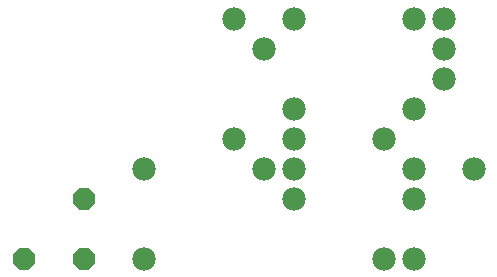
<source format=gbs>
G75*
%MOIN*%
%OFA0B0*%
%FSLAX25Y25*%
%IPPOS*%
%LPD*%
%AMOC8*
5,1,8,0,0,1.08239X$1,22.5*
%
%ADD10OC8,0.07296*%
%ADD11C,0.07800*%
D10*
X0011833Y0011000D03*
X0031833Y0011000D03*
X0031833Y0031000D03*
D11*
X0051833Y0041000D03*
X0081833Y0051000D03*
X0091833Y0041000D03*
X0101833Y0041000D03*
X0101833Y0031000D03*
X0101833Y0051000D03*
X0101833Y0061000D03*
X0131833Y0051000D03*
X0141833Y0061000D03*
X0151833Y0071000D03*
X0151833Y0081000D03*
X0151833Y0091000D03*
X0141833Y0091000D03*
X0101833Y0091000D03*
X0091833Y0081000D03*
X0081833Y0091000D03*
X0141833Y0041000D03*
X0141833Y0031000D03*
X0161833Y0041000D03*
X0141833Y0011000D03*
X0131833Y0011000D03*
X0051833Y0011000D03*
M02*

</source>
